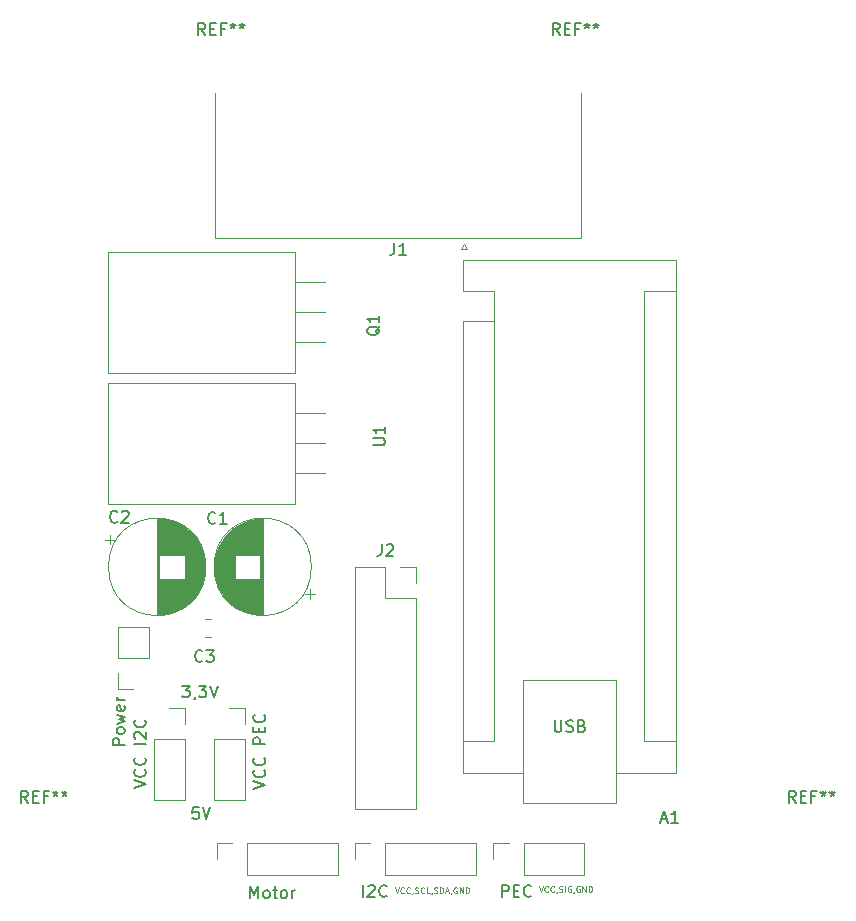
<source format=gbr>
%TF.GenerationSoftware,KiCad,Pcbnew,(6.0.9)*%
%TF.CreationDate,2023-05-08T16:49:11+02:00*%
%TF.ProjectId,onstepPiConnector,6f6e7374-6570-4506-9943-6f6e6e656374,rev?*%
%TF.SameCoordinates,Original*%
%TF.FileFunction,Legend,Top*%
%TF.FilePolarity,Positive*%
%FSLAX46Y46*%
G04 Gerber Fmt 4.6, Leading zero omitted, Abs format (unit mm)*
G04 Created by KiCad (PCBNEW (6.0.9)) date 2023-05-08 16:49:11*
%MOMM*%
%LPD*%
G01*
G04 APERTURE LIST*
%ADD10C,0.150000*%
%ADD11C,0.125000*%
%ADD12C,0.120000*%
G04 APERTURE END LIST*
D10*
X43109523Y-90852380D02*
X42633333Y-90852380D01*
X42585714Y-91328571D01*
X42633333Y-91280952D01*
X42728571Y-91233333D01*
X42966666Y-91233333D01*
X43061904Y-91280952D01*
X43109523Y-91328571D01*
X43157142Y-91423809D01*
X43157142Y-91661904D01*
X43109523Y-91757142D01*
X43061904Y-91804761D01*
X42966666Y-91852380D01*
X42728571Y-91852380D01*
X42633333Y-91804761D01*
X42585714Y-91757142D01*
X43442857Y-90852380D02*
X43776190Y-91852380D01*
X44109523Y-90852380D01*
X41723809Y-80552380D02*
X42342857Y-80552380D01*
X42009523Y-80933333D01*
X42152380Y-80933333D01*
X42247619Y-80980952D01*
X42295238Y-81028571D01*
X42342857Y-81123809D01*
X42342857Y-81361904D01*
X42295238Y-81457142D01*
X42247619Y-81504761D01*
X42152380Y-81552380D01*
X41866666Y-81552380D01*
X41771428Y-81504761D01*
X41723809Y-81457142D01*
X42819047Y-81504761D02*
X42819047Y-81552380D01*
X42771428Y-81647619D01*
X42723809Y-81695238D01*
X43152380Y-80552380D02*
X43771428Y-80552380D01*
X43438095Y-80933333D01*
X43580952Y-80933333D01*
X43676190Y-80980952D01*
X43723809Y-81028571D01*
X43771428Y-81123809D01*
X43771428Y-81361904D01*
X43723809Y-81457142D01*
X43676190Y-81504761D01*
X43580952Y-81552380D01*
X43295238Y-81552380D01*
X43200000Y-81504761D01*
X43152380Y-81457142D01*
X44057142Y-80552380D02*
X44390476Y-81552380D01*
X44723809Y-80552380D01*
D11*
X71916666Y-97526190D02*
X72083333Y-98026190D01*
X72250000Y-97526190D01*
X72702380Y-97978571D02*
X72678571Y-98002380D01*
X72607142Y-98026190D01*
X72559523Y-98026190D01*
X72488095Y-98002380D01*
X72440476Y-97954761D01*
X72416666Y-97907142D01*
X72392857Y-97811904D01*
X72392857Y-97740476D01*
X72416666Y-97645238D01*
X72440476Y-97597619D01*
X72488095Y-97550000D01*
X72559523Y-97526190D01*
X72607142Y-97526190D01*
X72678571Y-97550000D01*
X72702380Y-97573809D01*
X73202380Y-97978571D02*
X73178571Y-98002380D01*
X73107142Y-98026190D01*
X73059523Y-98026190D01*
X72988095Y-98002380D01*
X72940476Y-97954761D01*
X72916666Y-97907142D01*
X72892857Y-97811904D01*
X72892857Y-97740476D01*
X72916666Y-97645238D01*
X72940476Y-97597619D01*
X72988095Y-97550000D01*
X73059523Y-97526190D01*
X73107142Y-97526190D01*
X73178571Y-97550000D01*
X73202380Y-97573809D01*
X73440476Y-98002380D02*
X73440476Y-98026190D01*
X73416666Y-98073809D01*
X73392857Y-98097619D01*
X73630952Y-98002380D02*
X73702380Y-98026190D01*
X73821428Y-98026190D01*
X73869047Y-98002380D01*
X73892857Y-97978571D01*
X73916666Y-97930952D01*
X73916666Y-97883333D01*
X73892857Y-97835714D01*
X73869047Y-97811904D01*
X73821428Y-97788095D01*
X73726190Y-97764285D01*
X73678571Y-97740476D01*
X73654761Y-97716666D01*
X73630952Y-97669047D01*
X73630952Y-97621428D01*
X73654761Y-97573809D01*
X73678571Y-97550000D01*
X73726190Y-97526190D01*
X73845238Y-97526190D01*
X73916666Y-97550000D01*
X74130952Y-98026190D02*
X74130952Y-97526190D01*
X74630952Y-97550000D02*
X74583333Y-97526190D01*
X74511904Y-97526190D01*
X74440476Y-97550000D01*
X74392857Y-97597619D01*
X74369047Y-97645238D01*
X74345238Y-97740476D01*
X74345238Y-97811904D01*
X74369047Y-97907142D01*
X74392857Y-97954761D01*
X74440476Y-98002380D01*
X74511904Y-98026190D01*
X74559523Y-98026190D01*
X74630952Y-98002380D01*
X74654761Y-97978571D01*
X74654761Y-97811904D01*
X74559523Y-97811904D01*
X74892857Y-98002380D02*
X74892857Y-98026190D01*
X74869047Y-98073809D01*
X74845238Y-98097619D01*
X75369047Y-97550000D02*
X75321428Y-97526190D01*
X75250000Y-97526190D01*
X75178571Y-97550000D01*
X75130952Y-97597619D01*
X75107142Y-97645238D01*
X75083333Y-97740476D01*
X75083333Y-97811904D01*
X75107142Y-97907142D01*
X75130952Y-97954761D01*
X75178571Y-98002380D01*
X75250000Y-98026190D01*
X75297619Y-98026190D01*
X75369047Y-98002380D01*
X75392857Y-97978571D01*
X75392857Y-97811904D01*
X75297619Y-97811904D01*
X75607142Y-98026190D02*
X75607142Y-97526190D01*
X75892857Y-98026190D01*
X75892857Y-97526190D01*
X76130952Y-98026190D02*
X76130952Y-97526190D01*
X76250000Y-97526190D01*
X76321428Y-97550000D01*
X76369047Y-97597619D01*
X76392857Y-97645238D01*
X76416666Y-97740476D01*
X76416666Y-97811904D01*
X76392857Y-97907142D01*
X76369047Y-97954761D01*
X76321428Y-98002380D01*
X76250000Y-98026190D01*
X76130952Y-98026190D01*
X59711904Y-97626190D02*
X59878571Y-98126190D01*
X60045238Y-97626190D01*
X60497619Y-98078571D02*
X60473809Y-98102380D01*
X60402380Y-98126190D01*
X60354761Y-98126190D01*
X60283333Y-98102380D01*
X60235714Y-98054761D01*
X60211904Y-98007142D01*
X60188095Y-97911904D01*
X60188095Y-97840476D01*
X60211904Y-97745238D01*
X60235714Y-97697619D01*
X60283333Y-97650000D01*
X60354761Y-97626190D01*
X60402380Y-97626190D01*
X60473809Y-97650000D01*
X60497619Y-97673809D01*
X60997619Y-98078571D02*
X60973809Y-98102380D01*
X60902380Y-98126190D01*
X60854761Y-98126190D01*
X60783333Y-98102380D01*
X60735714Y-98054761D01*
X60711904Y-98007142D01*
X60688095Y-97911904D01*
X60688095Y-97840476D01*
X60711904Y-97745238D01*
X60735714Y-97697619D01*
X60783333Y-97650000D01*
X60854761Y-97626190D01*
X60902380Y-97626190D01*
X60973809Y-97650000D01*
X60997619Y-97673809D01*
X61235714Y-98102380D02*
X61235714Y-98126190D01*
X61211904Y-98173809D01*
X61188095Y-98197619D01*
X61426190Y-98102380D02*
X61497619Y-98126190D01*
X61616666Y-98126190D01*
X61664285Y-98102380D01*
X61688095Y-98078571D01*
X61711904Y-98030952D01*
X61711904Y-97983333D01*
X61688095Y-97935714D01*
X61664285Y-97911904D01*
X61616666Y-97888095D01*
X61521428Y-97864285D01*
X61473809Y-97840476D01*
X61450000Y-97816666D01*
X61426190Y-97769047D01*
X61426190Y-97721428D01*
X61450000Y-97673809D01*
X61473809Y-97650000D01*
X61521428Y-97626190D01*
X61640476Y-97626190D01*
X61711904Y-97650000D01*
X62211904Y-98078571D02*
X62188095Y-98102380D01*
X62116666Y-98126190D01*
X62069047Y-98126190D01*
X61997619Y-98102380D01*
X61950000Y-98054761D01*
X61926190Y-98007142D01*
X61902380Y-97911904D01*
X61902380Y-97840476D01*
X61926190Y-97745238D01*
X61950000Y-97697619D01*
X61997619Y-97650000D01*
X62069047Y-97626190D01*
X62116666Y-97626190D01*
X62188095Y-97650000D01*
X62211904Y-97673809D01*
X62664285Y-98126190D02*
X62426190Y-98126190D01*
X62426190Y-97626190D01*
X62854761Y-98102380D02*
X62854761Y-98126190D01*
X62830952Y-98173809D01*
X62807142Y-98197619D01*
X63045238Y-98102380D02*
X63116666Y-98126190D01*
X63235714Y-98126190D01*
X63283333Y-98102380D01*
X63307142Y-98078571D01*
X63330952Y-98030952D01*
X63330952Y-97983333D01*
X63307142Y-97935714D01*
X63283333Y-97911904D01*
X63235714Y-97888095D01*
X63140476Y-97864285D01*
X63092857Y-97840476D01*
X63069047Y-97816666D01*
X63045238Y-97769047D01*
X63045238Y-97721428D01*
X63069047Y-97673809D01*
X63092857Y-97650000D01*
X63140476Y-97626190D01*
X63259523Y-97626190D01*
X63330952Y-97650000D01*
X63545238Y-98126190D02*
X63545238Y-97626190D01*
X63664285Y-97626190D01*
X63735714Y-97650000D01*
X63783333Y-97697619D01*
X63807142Y-97745238D01*
X63830952Y-97840476D01*
X63830952Y-97911904D01*
X63807142Y-98007142D01*
X63783333Y-98054761D01*
X63735714Y-98102380D01*
X63664285Y-98126190D01*
X63545238Y-98126190D01*
X64021428Y-97983333D02*
X64259523Y-97983333D01*
X63973809Y-98126190D02*
X64140476Y-97626190D01*
X64307142Y-98126190D01*
X64497619Y-98102380D02*
X64497619Y-98126190D01*
X64473809Y-98173809D01*
X64450000Y-98197619D01*
X64973809Y-97650000D02*
X64926190Y-97626190D01*
X64854761Y-97626190D01*
X64783333Y-97650000D01*
X64735714Y-97697619D01*
X64711904Y-97745238D01*
X64688095Y-97840476D01*
X64688095Y-97911904D01*
X64711904Y-98007142D01*
X64735714Y-98054761D01*
X64783333Y-98102380D01*
X64854761Y-98126190D01*
X64902380Y-98126190D01*
X64973809Y-98102380D01*
X64997619Y-98078571D01*
X64997619Y-97911904D01*
X64902380Y-97911904D01*
X65211904Y-98126190D02*
X65211904Y-97626190D01*
X65497619Y-98126190D01*
X65497619Y-97626190D01*
X65735714Y-98126190D02*
X65735714Y-97626190D01*
X65854761Y-97626190D01*
X65926190Y-97650000D01*
X65973809Y-97697619D01*
X65997619Y-97745238D01*
X66021428Y-97840476D01*
X66021428Y-97911904D01*
X65997619Y-98007142D01*
X65973809Y-98054761D01*
X65926190Y-98102380D01*
X65854761Y-98126190D01*
X65735714Y-98126190D01*
D10*
%TO.C,J2*%
X58594666Y-68564380D02*
X58594666Y-69278666D01*
X58547047Y-69421523D01*
X58451809Y-69516761D01*
X58308952Y-69564380D01*
X58213714Y-69564380D01*
X59023238Y-68659619D02*
X59070857Y-68612000D01*
X59166095Y-68564380D01*
X59404190Y-68564380D01*
X59499428Y-68612000D01*
X59547047Y-68659619D01*
X59594666Y-68754857D01*
X59594666Y-68850095D01*
X59547047Y-68992952D01*
X58975619Y-69564380D01*
X59594666Y-69564380D01*
%TO.C,U1*%
X57872380Y-60197904D02*
X58681904Y-60197904D01*
X58777142Y-60150285D01*
X58824761Y-60102666D01*
X58872380Y-60007428D01*
X58872380Y-59816952D01*
X58824761Y-59721714D01*
X58777142Y-59674095D01*
X58681904Y-59626476D01*
X57872380Y-59626476D01*
X58872380Y-58626476D02*
X58872380Y-59197904D01*
X58872380Y-58912190D02*
X57872380Y-58912190D01*
X58015238Y-59007428D01*
X58110476Y-59102666D01*
X58158095Y-59197904D01*
%TO.C,Q1*%
X58459619Y-50133238D02*
X58412000Y-50228476D01*
X58316761Y-50323714D01*
X58173904Y-50466571D01*
X58126285Y-50561809D01*
X58126285Y-50657047D01*
X58364380Y-50609428D02*
X58316761Y-50704666D01*
X58221523Y-50799904D01*
X58031047Y-50847523D01*
X57697714Y-50847523D01*
X57507238Y-50799904D01*
X57412000Y-50704666D01*
X57364380Y-50609428D01*
X57364380Y-50418952D01*
X57412000Y-50323714D01*
X57507238Y-50228476D01*
X57697714Y-50180857D01*
X58031047Y-50180857D01*
X58221523Y-50228476D01*
X58316761Y-50323714D01*
X58364380Y-50418952D01*
X58364380Y-50609428D01*
X58364380Y-49228476D02*
X58364380Y-49799904D01*
X58364380Y-49514190D02*
X57364380Y-49514190D01*
X57507238Y-49609428D01*
X57602476Y-49704666D01*
X57650095Y-49799904D01*
%TO.C,VCC PEC*%
X47752380Y-89266666D02*
X48752380Y-88933333D01*
X47752380Y-88600000D01*
X48657142Y-87695238D02*
X48704761Y-87742857D01*
X48752380Y-87885714D01*
X48752380Y-87980952D01*
X48704761Y-88123809D01*
X48609523Y-88219047D01*
X48514285Y-88266666D01*
X48323809Y-88314285D01*
X48180952Y-88314285D01*
X47990476Y-88266666D01*
X47895238Y-88219047D01*
X47800000Y-88123809D01*
X47752380Y-87980952D01*
X47752380Y-87885714D01*
X47800000Y-87742857D01*
X47847619Y-87695238D01*
X48657142Y-86695238D02*
X48704761Y-86742857D01*
X48752380Y-86885714D01*
X48752380Y-86980952D01*
X48704761Y-87123809D01*
X48609523Y-87219047D01*
X48514285Y-87266666D01*
X48323809Y-87314285D01*
X48180952Y-87314285D01*
X47990476Y-87266666D01*
X47895238Y-87219047D01*
X47800000Y-87123809D01*
X47752380Y-86980952D01*
X47752380Y-86885714D01*
X47800000Y-86742857D01*
X47847619Y-86695238D01*
X48752380Y-85504761D02*
X47752380Y-85504761D01*
X47752380Y-85123809D01*
X47800000Y-85028571D01*
X47847619Y-84980952D01*
X47942857Y-84933333D01*
X48085714Y-84933333D01*
X48180952Y-84980952D01*
X48228571Y-85028571D01*
X48276190Y-85123809D01*
X48276190Y-85504761D01*
X48228571Y-84504761D02*
X48228571Y-84171428D01*
X48752380Y-84028571D02*
X48752380Y-84504761D01*
X47752380Y-84504761D01*
X47752380Y-84028571D01*
X48657142Y-83028571D02*
X48704761Y-83076190D01*
X48752380Y-83219047D01*
X48752380Y-83314285D01*
X48704761Y-83457142D01*
X48609523Y-83552380D01*
X48514285Y-83600000D01*
X48323809Y-83647619D01*
X48180952Y-83647619D01*
X47990476Y-83600000D01*
X47895238Y-83552380D01*
X47800000Y-83457142D01*
X47752380Y-83314285D01*
X47752380Y-83219047D01*
X47800000Y-83076190D01*
X47847619Y-83028571D01*
%TO.C,VCC I2C*%
X37652380Y-89228571D02*
X38652380Y-88895238D01*
X37652380Y-88561904D01*
X38557142Y-87657142D02*
X38604761Y-87704761D01*
X38652380Y-87847619D01*
X38652380Y-87942857D01*
X38604761Y-88085714D01*
X38509523Y-88180952D01*
X38414285Y-88228571D01*
X38223809Y-88276190D01*
X38080952Y-88276190D01*
X37890476Y-88228571D01*
X37795238Y-88180952D01*
X37700000Y-88085714D01*
X37652380Y-87942857D01*
X37652380Y-87847619D01*
X37700000Y-87704761D01*
X37747619Y-87657142D01*
X38557142Y-86657142D02*
X38604761Y-86704761D01*
X38652380Y-86847619D01*
X38652380Y-86942857D01*
X38604761Y-87085714D01*
X38509523Y-87180952D01*
X38414285Y-87228571D01*
X38223809Y-87276190D01*
X38080952Y-87276190D01*
X37890476Y-87228571D01*
X37795238Y-87180952D01*
X37700000Y-87085714D01*
X37652380Y-86942857D01*
X37652380Y-86847619D01*
X37700000Y-86704761D01*
X37747619Y-86657142D01*
X38652380Y-85466666D02*
X37652380Y-85466666D01*
X37747619Y-85038095D02*
X37700000Y-84990476D01*
X37652380Y-84895238D01*
X37652380Y-84657142D01*
X37700000Y-84561904D01*
X37747619Y-84514285D01*
X37842857Y-84466666D01*
X37938095Y-84466666D01*
X38080952Y-84514285D01*
X38652380Y-85085714D01*
X38652380Y-84466666D01*
X38557142Y-83466666D02*
X38604761Y-83514285D01*
X38652380Y-83657142D01*
X38652380Y-83752380D01*
X38604761Y-83895238D01*
X38509523Y-83990476D01*
X38414285Y-84038095D01*
X38223809Y-84085714D01*
X38080952Y-84085714D01*
X37890476Y-84038095D01*
X37795238Y-83990476D01*
X37700000Y-83895238D01*
X37652380Y-83752380D01*
X37652380Y-83657142D01*
X37700000Y-83514285D01*
X37747619Y-83466666D01*
%TO.C,PEC*%
X68785714Y-98452380D02*
X68785714Y-97452380D01*
X69166666Y-97452380D01*
X69261904Y-97500000D01*
X69309523Y-97547619D01*
X69357142Y-97642857D01*
X69357142Y-97785714D01*
X69309523Y-97880952D01*
X69261904Y-97928571D01*
X69166666Y-97976190D01*
X68785714Y-97976190D01*
X69785714Y-97928571D02*
X70119047Y-97928571D01*
X70261904Y-98452380D02*
X69785714Y-98452380D01*
X69785714Y-97452380D01*
X70261904Y-97452380D01*
X71261904Y-98357142D02*
X71214285Y-98404761D01*
X71071428Y-98452380D01*
X70976190Y-98452380D01*
X70833333Y-98404761D01*
X70738095Y-98309523D01*
X70690476Y-98214285D01*
X70642857Y-98023809D01*
X70642857Y-97880952D01*
X70690476Y-97690476D01*
X70738095Y-97595238D01*
X70833333Y-97500000D01*
X70976190Y-97452380D01*
X71071428Y-97452380D01*
X71214285Y-97500000D01*
X71261904Y-97547619D01*
%TO.C,Motor*%
X47497738Y-98552380D02*
X47497738Y-97552380D01*
X47831071Y-98266666D01*
X48164404Y-97552380D01*
X48164404Y-98552380D01*
X48783452Y-98552380D02*
X48688214Y-98504761D01*
X48640595Y-98457142D01*
X48592976Y-98361904D01*
X48592976Y-98076190D01*
X48640595Y-97980952D01*
X48688214Y-97933333D01*
X48783452Y-97885714D01*
X48926309Y-97885714D01*
X49021547Y-97933333D01*
X49069166Y-97980952D01*
X49116785Y-98076190D01*
X49116785Y-98361904D01*
X49069166Y-98457142D01*
X49021547Y-98504761D01*
X48926309Y-98552380D01*
X48783452Y-98552380D01*
X49402500Y-97885714D02*
X49783452Y-97885714D01*
X49545357Y-97552380D02*
X49545357Y-98409523D01*
X49592976Y-98504761D01*
X49688214Y-98552380D01*
X49783452Y-98552380D01*
X50259642Y-98552380D02*
X50164404Y-98504761D01*
X50116785Y-98457142D01*
X50069166Y-98361904D01*
X50069166Y-98076190D01*
X50116785Y-97980952D01*
X50164404Y-97933333D01*
X50259642Y-97885714D01*
X50402500Y-97885714D01*
X50497738Y-97933333D01*
X50545357Y-97980952D01*
X50592976Y-98076190D01*
X50592976Y-98361904D01*
X50545357Y-98457142D01*
X50497738Y-98504761D01*
X50402500Y-98552380D01*
X50259642Y-98552380D01*
X51021547Y-98552380D02*
X51021547Y-97885714D01*
X51021547Y-98076190D02*
X51069166Y-97980952D01*
X51116785Y-97933333D01*
X51212023Y-97885714D01*
X51307261Y-97885714D01*
%TO.C,I2C*%
X57023809Y-98452380D02*
X57023809Y-97452380D01*
X57452380Y-97547619D02*
X57500000Y-97500000D01*
X57595238Y-97452380D01*
X57833333Y-97452380D01*
X57928571Y-97500000D01*
X57976190Y-97547619D01*
X58023809Y-97642857D01*
X58023809Y-97738095D01*
X57976190Y-97880952D01*
X57404761Y-98452380D01*
X58023809Y-98452380D01*
X59023809Y-98357142D02*
X58976190Y-98404761D01*
X58833333Y-98452380D01*
X58738095Y-98452380D01*
X58595238Y-98404761D01*
X58500000Y-98309523D01*
X58452380Y-98214285D01*
X58404761Y-98023809D01*
X58404761Y-97880952D01*
X58452380Y-97690476D01*
X58500000Y-97595238D01*
X58595238Y-97500000D01*
X58738095Y-97452380D01*
X58833333Y-97452380D01*
X58976190Y-97500000D01*
X59023809Y-97547619D01*
%TO.C,Power*%
X36852380Y-85576190D02*
X35852380Y-85576190D01*
X35852380Y-85195238D01*
X35900000Y-85100000D01*
X35947619Y-85052380D01*
X36042857Y-85004761D01*
X36185714Y-85004761D01*
X36280952Y-85052380D01*
X36328571Y-85100000D01*
X36376190Y-85195238D01*
X36376190Y-85576190D01*
X36852380Y-84433333D02*
X36804761Y-84528571D01*
X36757142Y-84576190D01*
X36661904Y-84623809D01*
X36376190Y-84623809D01*
X36280952Y-84576190D01*
X36233333Y-84528571D01*
X36185714Y-84433333D01*
X36185714Y-84290476D01*
X36233333Y-84195238D01*
X36280952Y-84147619D01*
X36376190Y-84100000D01*
X36661904Y-84100000D01*
X36757142Y-84147619D01*
X36804761Y-84195238D01*
X36852380Y-84290476D01*
X36852380Y-84433333D01*
X36185714Y-83766666D02*
X36852380Y-83576190D01*
X36376190Y-83385714D01*
X36852380Y-83195238D01*
X36185714Y-83004761D01*
X36804761Y-82242857D02*
X36852380Y-82338095D01*
X36852380Y-82528571D01*
X36804761Y-82623809D01*
X36709523Y-82671428D01*
X36328571Y-82671428D01*
X36233333Y-82623809D01*
X36185714Y-82528571D01*
X36185714Y-82338095D01*
X36233333Y-82242857D01*
X36328571Y-82195238D01*
X36423809Y-82195238D01*
X36519047Y-82671428D01*
X36852380Y-81766666D02*
X36185714Y-81766666D01*
X36376190Y-81766666D02*
X36280952Y-81719047D01*
X36233333Y-81671428D01*
X36185714Y-81576190D01*
X36185714Y-81480952D01*
%TO.C,J1*%
X59676666Y-43082711D02*
X59676666Y-43796997D01*
X59629047Y-43939854D01*
X59533809Y-44035092D01*
X59390952Y-44082711D01*
X59295714Y-44082711D01*
X60676666Y-44082711D02*
X60105238Y-44082711D01*
X60390952Y-44082711D02*
X60390952Y-43082711D01*
X60295714Y-43225569D01*
X60200476Y-43320807D01*
X60105238Y-43368426D01*
%TO.C,C3*%
X43433333Y-78457142D02*
X43385714Y-78504761D01*
X43242857Y-78552380D01*
X43147619Y-78552380D01*
X43004761Y-78504761D01*
X42909523Y-78409523D01*
X42861904Y-78314285D01*
X42814285Y-78123809D01*
X42814285Y-77980952D01*
X42861904Y-77790476D01*
X42909523Y-77695238D01*
X43004761Y-77600000D01*
X43147619Y-77552380D01*
X43242857Y-77552380D01*
X43385714Y-77600000D01*
X43433333Y-77647619D01*
X43766666Y-77552380D02*
X44385714Y-77552380D01*
X44052380Y-77933333D01*
X44195238Y-77933333D01*
X44290476Y-77980952D01*
X44338095Y-78028571D01*
X44385714Y-78123809D01*
X44385714Y-78361904D01*
X44338095Y-78457142D01*
X44290476Y-78504761D01*
X44195238Y-78552380D01*
X43909523Y-78552380D01*
X43814285Y-78504761D01*
X43766666Y-78457142D01*
%TO.C,C2*%
X36233333Y-66657142D02*
X36185714Y-66704761D01*
X36042857Y-66752380D01*
X35947619Y-66752380D01*
X35804761Y-66704761D01*
X35709523Y-66609523D01*
X35661904Y-66514285D01*
X35614285Y-66323809D01*
X35614285Y-66180952D01*
X35661904Y-65990476D01*
X35709523Y-65895238D01*
X35804761Y-65800000D01*
X35947619Y-65752380D01*
X36042857Y-65752380D01*
X36185714Y-65800000D01*
X36233333Y-65847619D01*
X36614285Y-65847619D02*
X36661904Y-65800000D01*
X36757142Y-65752380D01*
X36995238Y-65752380D01*
X37090476Y-65800000D01*
X37138095Y-65847619D01*
X37185714Y-65942857D01*
X37185714Y-66038095D01*
X37138095Y-66180952D01*
X36566666Y-66752380D01*
X37185714Y-66752380D01*
%TO.C,C1*%
X44533333Y-66757142D02*
X44485714Y-66804761D01*
X44342857Y-66852380D01*
X44247619Y-66852380D01*
X44104761Y-66804761D01*
X44009523Y-66709523D01*
X43961904Y-66614285D01*
X43914285Y-66423809D01*
X43914285Y-66280952D01*
X43961904Y-66090476D01*
X44009523Y-65995238D01*
X44104761Y-65900000D01*
X44247619Y-65852380D01*
X44342857Y-65852380D01*
X44485714Y-65900000D01*
X44533333Y-65947619D01*
X45485714Y-66852380D02*
X44914285Y-66852380D01*
X45200000Y-66852380D02*
X45200000Y-65852380D01*
X45104761Y-65995238D01*
X45009523Y-66090476D01*
X44914285Y-66138095D01*
%TO.C,A1*%
X82285714Y-91860666D02*
X82761904Y-91860666D01*
X82190476Y-92146380D02*
X82523809Y-91146380D01*
X82857142Y-92146380D01*
X83714285Y-92146380D02*
X83142857Y-92146380D01*
X83428571Y-92146380D02*
X83428571Y-91146380D01*
X83333333Y-91289238D01*
X83238095Y-91384476D01*
X83142857Y-91432095D01*
X73248095Y-83462380D02*
X73248095Y-84271904D01*
X73295714Y-84367142D01*
X73343333Y-84414761D01*
X73438571Y-84462380D01*
X73629047Y-84462380D01*
X73724285Y-84414761D01*
X73771904Y-84367142D01*
X73819523Y-84271904D01*
X73819523Y-83462380D01*
X74248095Y-84414761D02*
X74390952Y-84462380D01*
X74629047Y-84462380D01*
X74724285Y-84414761D01*
X74771904Y-84367142D01*
X74819523Y-84271904D01*
X74819523Y-84176666D01*
X74771904Y-84081428D01*
X74724285Y-84033809D01*
X74629047Y-83986190D01*
X74438571Y-83938571D01*
X74343333Y-83890952D01*
X74295714Y-83843333D01*
X74248095Y-83748095D01*
X74248095Y-83652857D01*
X74295714Y-83557619D01*
X74343333Y-83510000D01*
X74438571Y-83462380D01*
X74676666Y-83462380D01*
X74819523Y-83510000D01*
X75581428Y-83938571D02*
X75724285Y-83986190D01*
X75771904Y-84033809D01*
X75819523Y-84129047D01*
X75819523Y-84271904D01*
X75771904Y-84367142D01*
X75724285Y-84414761D01*
X75629047Y-84462380D01*
X75248095Y-84462380D01*
X75248095Y-83462380D01*
X75581428Y-83462380D01*
X75676666Y-83510000D01*
X75724285Y-83557619D01*
X75771904Y-83652857D01*
X75771904Y-83748095D01*
X75724285Y-83843333D01*
X75676666Y-83890952D01*
X75581428Y-83938571D01*
X75248095Y-83938571D01*
%TO.C,REF\u002A\u002A*%
X28666666Y-90452380D02*
X28333333Y-89976190D01*
X28095238Y-90452380D02*
X28095238Y-89452380D01*
X28476190Y-89452380D01*
X28571428Y-89500000D01*
X28619047Y-89547619D01*
X28666666Y-89642857D01*
X28666666Y-89785714D01*
X28619047Y-89880952D01*
X28571428Y-89928571D01*
X28476190Y-89976190D01*
X28095238Y-89976190D01*
X29095238Y-89928571D02*
X29428571Y-89928571D01*
X29571428Y-90452380D02*
X29095238Y-90452380D01*
X29095238Y-89452380D01*
X29571428Y-89452380D01*
X30333333Y-89928571D02*
X30000000Y-89928571D01*
X30000000Y-90452380D02*
X30000000Y-89452380D01*
X30476190Y-89452380D01*
X31000000Y-89452380D02*
X31000000Y-89690476D01*
X30761904Y-89595238D02*
X31000000Y-89690476D01*
X31238095Y-89595238D01*
X30857142Y-89880952D02*
X31000000Y-89690476D01*
X31142857Y-89880952D01*
X31761904Y-89452380D02*
X31761904Y-89690476D01*
X31523809Y-89595238D02*
X31761904Y-89690476D01*
X32000000Y-89595238D01*
X31619047Y-89880952D02*
X31761904Y-89690476D01*
X31904761Y-89880952D01*
X73666666Y-25452380D02*
X73333333Y-24976190D01*
X73095238Y-25452380D02*
X73095238Y-24452380D01*
X73476190Y-24452380D01*
X73571428Y-24500000D01*
X73619047Y-24547619D01*
X73666666Y-24642857D01*
X73666666Y-24785714D01*
X73619047Y-24880952D01*
X73571428Y-24928571D01*
X73476190Y-24976190D01*
X73095238Y-24976190D01*
X74095238Y-24928571D02*
X74428571Y-24928571D01*
X74571428Y-25452380D02*
X74095238Y-25452380D01*
X74095238Y-24452380D01*
X74571428Y-24452380D01*
X75333333Y-24928571D02*
X75000000Y-24928571D01*
X75000000Y-25452380D02*
X75000000Y-24452380D01*
X75476190Y-24452380D01*
X76000000Y-24452380D02*
X76000000Y-24690476D01*
X75761904Y-24595238D02*
X76000000Y-24690476D01*
X76238095Y-24595238D01*
X75857142Y-24880952D02*
X76000000Y-24690476D01*
X76142857Y-24880952D01*
X76761904Y-24452380D02*
X76761904Y-24690476D01*
X76523809Y-24595238D02*
X76761904Y-24690476D01*
X77000000Y-24595238D01*
X76619047Y-24880952D02*
X76761904Y-24690476D01*
X76904761Y-24880952D01*
X43666666Y-25452380D02*
X43333333Y-24976190D01*
X43095238Y-25452380D02*
X43095238Y-24452380D01*
X43476190Y-24452380D01*
X43571428Y-24500000D01*
X43619047Y-24547619D01*
X43666666Y-24642857D01*
X43666666Y-24785714D01*
X43619047Y-24880952D01*
X43571428Y-24928571D01*
X43476190Y-24976190D01*
X43095238Y-24976190D01*
X44095238Y-24928571D02*
X44428571Y-24928571D01*
X44571428Y-25452380D02*
X44095238Y-25452380D01*
X44095238Y-24452380D01*
X44571428Y-24452380D01*
X45333333Y-24928571D02*
X45000000Y-24928571D01*
X45000000Y-25452380D02*
X45000000Y-24452380D01*
X45476190Y-24452380D01*
X46000000Y-24452380D02*
X46000000Y-24690476D01*
X45761904Y-24595238D02*
X46000000Y-24690476D01*
X46238095Y-24595238D01*
X45857142Y-24880952D02*
X46000000Y-24690476D01*
X46142857Y-24880952D01*
X46761904Y-24452380D02*
X46761904Y-24690476D01*
X46523809Y-24595238D02*
X46761904Y-24690476D01*
X47000000Y-24595238D01*
X46619047Y-24880952D02*
X46761904Y-24690476D01*
X46904761Y-24880952D01*
X93666666Y-90452380D02*
X93333333Y-89976190D01*
X93095238Y-90452380D02*
X93095238Y-89452380D01*
X93476190Y-89452380D01*
X93571428Y-89500000D01*
X93619047Y-89547619D01*
X93666666Y-89642857D01*
X93666666Y-89785714D01*
X93619047Y-89880952D01*
X93571428Y-89928571D01*
X93476190Y-89976190D01*
X93095238Y-89976190D01*
X94095238Y-89928571D02*
X94428571Y-89928571D01*
X94571428Y-90452380D02*
X94095238Y-90452380D01*
X94095238Y-89452380D01*
X94571428Y-89452380D01*
X95333333Y-89928571D02*
X95000000Y-89928571D01*
X95000000Y-90452380D02*
X95000000Y-89452380D01*
X95476190Y-89452380D01*
X96000000Y-89452380D02*
X96000000Y-89690476D01*
X95761904Y-89595238D02*
X96000000Y-89690476D01*
X96238095Y-89595238D01*
X95857142Y-89880952D02*
X96000000Y-89690476D01*
X96142857Y-89880952D01*
X96761904Y-89452380D02*
X96761904Y-89690476D01*
X96523809Y-89595238D02*
X96761904Y-89690476D01*
X97000000Y-89595238D01*
X96619047Y-89880952D02*
X96761904Y-89690476D01*
X96904761Y-89880952D01*
D12*
%TO.C,J2*%
X60198000Y-70552000D02*
X61528000Y-70552000D01*
X61528000Y-70552000D02*
X61528000Y-71882000D01*
X56328000Y-70552000D02*
X58928000Y-70552000D01*
X56328000Y-70552000D02*
X56328000Y-90992000D01*
X58928000Y-70552000D02*
X58928000Y-73152000D01*
X61528000Y-73152000D02*
X61528000Y-90992000D01*
X58928000Y-73152000D02*
X61528000Y-73152000D01*
X56328000Y-90992000D02*
X61528000Y-90992000D01*
%TO.C,U1*%
X35420000Y-65160000D02*
X51310000Y-65160000D01*
X35420000Y-65160000D02*
X35420000Y-54920000D01*
X35420000Y-54920000D02*
X51310000Y-54920000D01*
X51310000Y-65160000D02*
X51310000Y-54920000D01*
X51310000Y-60040000D02*
X53850000Y-60040000D01*
X51310000Y-57500000D02*
X53850000Y-57500000D01*
X51310000Y-62580000D02*
X53850000Y-62580000D01*
%TO.C,Q1*%
X35420000Y-54080000D02*
X51310000Y-54080000D01*
X35420000Y-54080000D02*
X35420000Y-43840000D01*
X35420000Y-43840000D02*
X51310000Y-43840000D01*
X51310000Y-54080000D02*
X51310000Y-43840000D01*
X51310000Y-48960000D02*
X53850000Y-48960000D01*
X51310000Y-46420000D02*
X53850000Y-46420000D01*
X51310000Y-51500000D02*
X53850000Y-51500000D01*
%TO.C,VCC PEC*%
X45720000Y-82490000D02*
X47050000Y-82490000D01*
X47050000Y-85090000D02*
X47050000Y-90230000D01*
X44390000Y-85090000D02*
X44390000Y-90230000D01*
X44390000Y-85090000D02*
X47050000Y-85090000D01*
X47050000Y-82490000D02*
X47050000Y-83820000D01*
X44390000Y-90230000D02*
X47050000Y-90230000D01*
%TO.C,VCC I2C*%
X40640000Y-82490000D02*
X41970000Y-82490000D01*
X41970000Y-85090000D02*
X41970000Y-90230000D01*
X39310000Y-85090000D02*
X39310000Y-90230000D01*
X39310000Y-85090000D02*
X41970000Y-85090000D01*
X41970000Y-82490000D02*
X41970000Y-83820000D01*
X39310000Y-90230000D02*
X41970000Y-90230000D01*
%TO.C,PEC*%
X68027000Y-95225000D02*
X68027000Y-93895000D01*
X70627000Y-93895000D02*
X75767000Y-93895000D01*
X70627000Y-96555000D02*
X75767000Y-96555000D01*
X70627000Y-96555000D02*
X70627000Y-93895000D01*
X68027000Y-93895000D02*
X69357000Y-93895000D01*
X75767000Y-96555000D02*
X75767000Y-93895000D01*
%TO.C,Motor*%
X54924000Y-96580000D02*
X54924000Y-93920000D01*
X47244000Y-93920000D02*
X54924000Y-93920000D01*
X47244000Y-96580000D02*
X47244000Y-93920000D01*
X47244000Y-96580000D02*
X54924000Y-96580000D01*
X44644000Y-93920000D02*
X45974000Y-93920000D01*
X44644000Y-95250000D02*
X44644000Y-93920000D01*
%TO.C,I2C*%
X66608000Y-96580000D02*
X66608000Y-93920000D01*
X58928000Y-93920000D02*
X66608000Y-93920000D01*
X58928000Y-96580000D02*
X58928000Y-93920000D01*
X58928000Y-96580000D02*
X66608000Y-96580000D01*
X56328000Y-93920000D02*
X57658000Y-93920000D01*
X56328000Y-95250000D02*
X56328000Y-93920000D01*
%TO.C,Power*%
X38922000Y-78232000D02*
X38922000Y-75632000D01*
X36262000Y-78232000D02*
X36262000Y-75632000D01*
X38922000Y-78232000D02*
X36262000Y-78232000D01*
X37592000Y-80832000D02*
X36262000Y-80832000D01*
X36262000Y-80832000D02*
X36262000Y-79502000D01*
X38922000Y-75632000D02*
X36262000Y-75632000D01*
%TO.C,J1*%
X65550000Y-43151656D02*
X65800000Y-43584669D01*
X65300000Y-43584669D02*
X65550000Y-43151656D01*
X75495000Y-30350331D02*
X75495000Y-42690331D01*
X65800000Y-43584669D02*
X65300000Y-43584669D01*
X75495000Y-42690331D02*
X44525000Y-42690331D01*
X44525000Y-42690331D02*
X44525000Y-30350331D01*
%TO.C,C3*%
X43659248Y-74957000D02*
X44181752Y-74957000D01*
X43659248Y-76427000D02*
X44181752Y-76427000D01*
%TO.C,C2*%
X43638349Y-69732000D02*
X43638349Y-71268000D01*
X35587651Y-67785000D02*
X35587651Y-68585000D01*
X43518349Y-69271000D02*
X43518349Y-71729000D01*
X40598349Y-66543000D02*
X40598349Y-69460000D01*
X41638349Y-66960000D02*
X41638349Y-69460000D01*
X40998349Y-66665000D02*
X40998349Y-69460000D01*
X42398349Y-67517000D02*
X42398349Y-73483000D01*
X40358349Y-71540000D02*
X40358349Y-74510000D01*
X40958349Y-66650000D02*
X40958349Y-69460000D01*
X41078349Y-66695000D02*
X41078349Y-69460000D01*
X42878349Y-68046000D02*
X42878349Y-72954000D01*
X42998349Y-68213000D02*
X42998349Y-72787000D01*
X43078349Y-68334000D02*
X43078349Y-72666000D01*
X41798349Y-67056000D02*
X41798349Y-69460000D01*
X39957349Y-71540000D02*
X39957349Y-74565000D01*
X40678349Y-66564000D02*
X40678349Y-69460000D01*
X43358349Y-68855000D02*
X43358349Y-72145000D01*
X40398349Y-66498000D02*
X40398349Y-69460000D01*
X39837349Y-66426000D02*
X39837349Y-69460000D01*
X41518349Y-66894000D02*
X41518349Y-69460000D01*
X41518349Y-71540000D02*
X41518349Y-74106000D01*
X42838349Y-67995000D02*
X42838349Y-73005000D01*
X40438349Y-66506000D02*
X40438349Y-69460000D01*
X41478349Y-71540000D02*
X41478349Y-74127000D01*
X41278349Y-71540000D02*
X41278349Y-74222000D01*
X42358349Y-67481000D02*
X42358349Y-73519000D01*
X41558349Y-66916000D02*
X41558349Y-69460000D01*
X41598349Y-66938000D02*
X41598349Y-69460000D01*
X39757349Y-66423000D02*
X39757349Y-74577000D01*
X40518349Y-71540000D02*
X40518349Y-74476000D01*
X40998349Y-71540000D02*
X40998349Y-74335000D01*
X40878349Y-66623000D02*
X40878349Y-69460000D01*
X40237349Y-66470000D02*
X40237349Y-69460000D01*
X42198349Y-67344000D02*
X42198349Y-73656000D01*
X40598349Y-71540000D02*
X40598349Y-74457000D01*
X40197349Y-71540000D02*
X40197349Y-74537000D01*
X40037349Y-71540000D02*
X40037349Y-74557000D01*
X43398349Y-68948000D02*
X43398349Y-72052000D01*
X40398349Y-71540000D02*
X40398349Y-74502000D01*
X42118349Y-67280000D02*
X42118349Y-73720000D01*
X39877349Y-71540000D02*
X39877349Y-74571000D01*
X43238349Y-68610000D02*
X43238349Y-72390000D01*
X40077349Y-66448000D02*
X40077349Y-69460000D01*
X42638349Y-67759000D02*
X42638349Y-73241000D01*
X42558349Y-67674000D02*
X42558349Y-73326000D01*
X41758349Y-67031000D02*
X41758349Y-69460000D01*
X43438349Y-69047000D02*
X43438349Y-71953000D01*
X42038349Y-67220000D02*
X42038349Y-73780000D01*
X42318349Y-67445000D02*
X42318349Y-73555000D01*
X43478349Y-69154000D02*
X43478349Y-71846000D01*
X42278349Y-67410000D02*
X42278349Y-73590000D01*
X41278349Y-66778000D02*
X41278349Y-69460000D01*
X40478349Y-66515000D02*
X40478349Y-69460000D01*
X41198349Y-66743000D02*
X41198349Y-69460000D01*
X39877349Y-66429000D02*
X39877349Y-69460000D01*
X43598349Y-69552000D02*
X43598349Y-71448000D01*
X40358349Y-66490000D02*
X40358349Y-69460000D01*
X40758349Y-66586000D02*
X40758349Y-69460000D01*
X40318349Y-71540000D02*
X40318349Y-74517000D01*
X40157349Y-66458000D02*
X40157349Y-69460000D01*
X39637349Y-66420000D02*
X39637349Y-74580000D01*
X41598349Y-71540000D02*
X41598349Y-74062000D01*
X39837349Y-71540000D02*
X39837349Y-74574000D01*
X42238349Y-67376000D02*
X42238349Y-73624000D01*
X41118349Y-66710000D02*
X41118349Y-69460000D01*
X41758349Y-71540000D02*
X41758349Y-73969000D01*
X42718349Y-67849000D02*
X42718349Y-73151000D01*
X39597349Y-66420000D02*
X39597349Y-74580000D01*
X41038349Y-66679000D02*
X41038349Y-69460000D01*
X41678349Y-71540000D02*
X41678349Y-74017000D01*
X40077349Y-71540000D02*
X40077349Y-74552000D01*
X41918349Y-67135000D02*
X41918349Y-73865000D01*
X40558349Y-71540000D02*
X40558349Y-74467000D01*
X41318349Y-66796000D02*
X41318349Y-69460000D01*
X40157349Y-71540000D02*
X40157349Y-74542000D01*
X41958349Y-67162000D02*
X41958349Y-73838000D01*
X39797349Y-66424000D02*
X39797349Y-74576000D01*
X41438349Y-66853000D02*
X41438349Y-69460000D01*
X41998349Y-67191000D02*
X41998349Y-73809000D01*
X40718349Y-71540000D02*
X40718349Y-74425000D01*
X40918349Y-66637000D02*
X40918349Y-69460000D01*
X42758349Y-67896000D02*
X42758349Y-73104000D01*
X40318349Y-66483000D02*
X40318349Y-69460000D01*
X41798349Y-71540000D02*
X41798349Y-73944000D01*
X40798349Y-71540000D02*
X40798349Y-74402000D01*
X42158349Y-67311000D02*
X42158349Y-73689000D01*
X41078349Y-71540000D02*
X41078349Y-74305000D01*
X39917349Y-66432000D02*
X39917349Y-69460000D01*
X43118349Y-68398000D02*
X43118349Y-72602000D01*
X41718349Y-71540000D02*
X41718349Y-73993000D01*
X41358349Y-66814000D02*
X41358349Y-69460000D01*
X40037349Y-66443000D02*
X40037349Y-69460000D01*
X40878349Y-71540000D02*
X40878349Y-74377000D01*
X40277349Y-66476000D02*
X40277349Y-69460000D01*
X43158349Y-68466000D02*
X43158349Y-72534000D01*
X41678349Y-66983000D02*
X41678349Y-69460000D01*
X39997349Y-66439000D02*
X39997349Y-69460000D01*
X41198349Y-71540000D02*
X41198349Y-74257000D01*
X41438349Y-71540000D02*
X41438349Y-74147000D01*
X43678349Y-69967000D02*
X43678349Y-71033000D01*
X41038349Y-71540000D02*
X41038349Y-74321000D01*
X41478349Y-66873000D02*
X41478349Y-69460000D01*
X42078349Y-67250000D02*
X42078349Y-73750000D01*
X40197349Y-66463000D02*
X40197349Y-69460000D01*
X40838349Y-71540000D02*
X40838349Y-74389000D01*
X41318349Y-71540000D02*
X41318349Y-74204000D01*
X42958349Y-68155000D02*
X42958349Y-72845000D01*
X41158349Y-66726000D02*
X41158349Y-69460000D01*
X42478349Y-67593000D02*
X42478349Y-73407000D01*
X42678349Y-67803000D02*
X42678349Y-73197000D01*
X40638349Y-71540000D02*
X40638349Y-74447000D01*
X41558349Y-71540000D02*
X41558349Y-74084000D01*
X40478349Y-71540000D02*
X40478349Y-74485000D01*
X39957349Y-66435000D02*
X39957349Y-69460000D01*
X43198349Y-68536000D02*
X43198349Y-72464000D01*
X40718349Y-66575000D02*
X40718349Y-69460000D01*
X40838349Y-66611000D02*
X40838349Y-69460000D01*
X42438349Y-67555000D02*
X42438349Y-73445000D01*
X41878349Y-71540000D02*
X41878349Y-73892000D01*
X42798349Y-67944000D02*
X42798349Y-73056000D01*
X41398349Y-66834000D02*
X41398349Y-69460000D01*
X41238349Y-66760000D02*
X41238349Y-69460000D01*
X40798349Y-66598000D02*
X40798349Y-69460000D01*
X39917349Y-71540000D02*
X39917349Y-74568000D01*
X40438349Y-71540000D02*
X40438349Y-74494000D01*
X40518349Y-66524000D02*
X40518349Y-69460000D01*
X40117349Y-71540000D02*
X40117349Y-74548000D01*
X40958349Y-71540000D02*
X40958349Y-74350000D01*
X43038349Y-68272000D02*
X43038349Y-72728000D01*
X40117349Y-66452000D02*
X40117349Y-69460000D01*
X41238349Y-71540000D02*
X41238349Y-74240000D01*
X40918349Y-71540000D02*
X40918349Y-74363000D01*
X40558349Y-66533000D02*
X40558349Y-69460000D01*
X40758349Y-71540000D02*
X40758349Y-74414000D01*
X41358349Y-71540000D02*
X41358349Y-74186000D01*
X43558349Y-69402000D02*
X43558349Y-71598000D01*
X41878349Y-67108000D02*
X41878349Y-69460000D01*
X43278349Y-68687000D02*
X43278349Y-72313000D01*
X35187651Y-68185000D02*
X35987651Y-68185000D01*
X41718349Y-67007000D02*
X41718349Y-69460000D01*
X39717349Y-66421000D02*
X39717349Y-74579000D01*
X41638349Y-71540000D02*
X41638349Y-74040000D01*
X41838349Y-71540000D02*
X41838349Y-73918000D01*
X39997349Y-71540000D02*
X39997349Y-74561000D01*
X41398349Y-71540000D02*
X41398349Y-74166000D01*
X40237349Y-71540000D02*
X40237349Y-74530000D01*
X39677349Y-66420000D02*
X39677349Y-74580000D01*
X40678349Y-71540000D02*
X40678349Y-74436000D01*
X42518349Y-67633000D02*
X42518349Y-73367000D01*
X42598349Y-67716000D02*
X42598349Y-73284000D01*
X40638349Y-66553000D02*
X40638349Y-69460000D01*
X42918349Y-68100000D02*
X42918349Y-72900000D01*
X41158349Y-71540000D02*
X41158349Y-74274000D01*
X40277349Y-71540000D02*
X40277349Y-74524000D01*
X41838349Y-67082000D02*
X41838349Y-69460000D01*
X43318349Y-68769000D02*
X43318349Y-72231000D01*
X41118349Y-71540000D02*
X41118349Y-74290000D01*
X43717349Y-70500000D02*
G75*
G03*
X43717349Y-70500000I-4120000J0D01*
G01*
%TO.C,C1*%
X44493000Y-71268000D02*
X44493000Y-69732000D01*
X52543698Y-73215000D02*
X52543698Y-72415000D01*
X44613000Y-71729000D02*
X44613000Y-69271000D01*
X47533000Y-74457000D02*
X47533000Y-71540000D01*
X46493000Y-74040000D02*
X46493000Y-71540000D01*
X47133000Y-74335000D02*
X47133000Y-71540000D01*
X45733000Y-73483000D02*
X45733000Y-67517000D01*
X47773000Y-69460000D02*
X47773000Y-66490000D01*
X47173000Y-74350000D02*
X47173000Y-71540000D01*
X47053000Y-74305000D02*
X47053000Y-71540000D01*
X45253000Y-72954000D02*
X45253000Y-68046000D01*
X45133000Y-72787000D02*
X45133000Y-68213000D01*
X45053000Y-72666000D02*
X45053000Y-68334000D01*
X46333000Y-73944000D02*
X46333000Y-71540000D01*
X48174000Y-69460000D02*
X48174000Y-66435000D01*
X47453000Y-74436000D02*
X47453000Y-71540000D01*
X44773000Y-72145000D02*
X44773000Y-68855000D01*
X47733000Y-74502000D02*
X47733000Y-71540000D01*
X48294000Y-74574000D02*
X48294000Y-71540000D01*
X46613000Y-74106000D02*
X46613000Y-71540000D01*
X46613000Y-69460000D02*
X46613000Y-66894000D01*
X45293000Y-73005000D02*
X45293000Y-67995000D01*
X47693000Y-74494000D02*
X47693000Y-71540000D01*
X46653000Y-69460000D02*
X46653000Y-66873000D01*
X46853000Y-69460000D02*
X46853000Y-66778000D01*
X45773000Y-73519000D02*
X45773000Y-67481000D01*
X46573000Y-74084000D02*
X46573000Y-71540000D01*
X46533000Y-74062000D02*
X46533000Y-71540000D01*
X48374000Y-74577000D02*
X48374000Y-66423000D01*
X47613000Y-69460000D02*
X47613000Y-66524000D01*
X47133000Y-69460000D02*
X47133000Y-66665000D01*
X47253000Y-74377000D02*
X47253000Y-71540000D01*
X47894000Y-74530000D02*
X47894000Y-71540000D01*
X45933000Y-73656000D02*
X45933000Y-67344000D01*
X47533000Y-69460000D02*
X47533000Y-66543000D01*
X47934000Y-69460000D02*
X47934000Y-66463000D01*
X48094000Y-69460000D02*
X48094000Y-66443000D01*
X44733000Y-72052000D02*
X44733000Y-68948000D01*
X47733000Y-69460000D02*
X47733000Y-66498000D01*
X46013000Y-73720000D02*
X46013000Y-67280000D01*
X48254000Y-69460000D02*
X48254000Y-66429000D01*
X44893000Y-72390000D02*
X44893000Y-68610000D01*
X48054000Y-74552000D02*
X48054000Y-71540000D01*
X45493000Y-73241000D02*
X45493000Y-67759000D01*
X45573000Y-73326000D02*
X45573000Y-67674000D01*
X46373000Y-73969000D02*
X46373000Y-71540000D01*
X44693000Y-71953000D02*
X44693000Y-69047000D01*
X46093000Y-73780000D02*
X46093000Y-67220000D01*
X45813000Y-73555000D02*
X45813000Y-67445000D01*
X44653000Y-71846000D02*
X44653000Y-69154000D01*
X45853000Y-73590000D02*
X45853000Y-67410000D01*
X46853000Y-74222000D02*
X46853000Y-71540000D01*
X47653000Y-74485000D02*
X47653000Y-71540000D01*
X46933000Y-74257000D02*
X46933000Y-71540000D01*
X48254000Y-74571000D02*
X48254000Y-71540000D01*
X44533000Y-71448000D02*
X44533000Y-69552000D01*
X47773000Y-74510000D02*
X47773000Y-71540000D01*
X47373000Y-74414000D02*
X47373000Y-71540000D01*
X47813000Y-69460000D02*
X47813000Y-66483000D01*
X47974000Y-74542000D02*
X47974000Y-71540000D01*
X48494000Y-74580000D02*
X48494000Y-66420000D01*
X46533000Y-69460000D02*
X46533000Y-66938000D01*
X48294000Y-69460000D02*
X48294000Y-66426000D01*
X45893000Y-73624000D02*
X45893000Y-67376000D01*
X47013000Y-74290000D02*
X47013000Y-71540000D01*
X46373000Y-69460000D02*
X46373000Y-67031000D01*
X45413000Y-73151000D02*
X45413000Y-67849000D01*
X48534000Y-74580000D02*
X48534000Y-66420000D01*
X47093000Y-74321000D02*
X47093000Y-71540000D01*
X46453000Y-69460000D02*
X46453000Y-66983000D01*
X48054000Y-69460000D02*
X48054000Y-66448000D01*
X46213000Y-73865000D02*
X46213000Y-67135000D01*
X47573000Y-69460000D02*
X47573000Y-66533000D01*
X46813000Y-74204000D02*
X46813000Y-71540000D01*
X47974000Y-69460000D02*
X47974000Y-66458000D01*
X46173000Y-73838000D02*
X46173000Y-67162000D01*
X48334000Y-74576000D02*
X48334000Y-66424000D01*
X46693000Y-74147000D02*
X46693000Y-71540000D01*
X46133000Y-73809000D02*
X46133000Y-67191000D01*
X47413000Y-69460000D02*
X47413000Y-66575000D01*
X47213000Y-74363000D02*
X47213000Y-71540000D01*
X45373000Y-73104000D02*
X45373000Y-67896000D01*
X47813000Y-74517000D02*
X47813000Y-71540000D01*
X46333000Y-69460000D02*
X46333000Y-67056000D01*
X47333000Y-69460000D02*
X47333000Y-66598000D01*
X45973000Y-73689000D02*
X45973000Y-67311000D01*
X47053000Y-69460000D02*
X47053000Y-66695000D01*
X48214000Y-74568000D02*
X48214000Y-71540000D01*
X45013000Y-72602000D02*
X45013000Y-68398000D01*
X46413000Y-69460000D02*
X46413000Y-67007000D01*
X46773000Y-74186000D02*
X46773000Y-71540000D01*
X48094000Y-74557000D02*
X48094000Y-71540000D01*
X47253000Y-69460000D02*
X47253000Y-66623000D01*
X47854000Y-74524000D02*
X47854000Y-71540000D01*
X44973000Y-72534000D02*
X44973000Y-68466000D01*
X46453000Y-74017000D02*
X46453000Y-71540000D01*
X48134000Y-74561000D02*
X48134000Y-71540000D01*
X46933000Y-69460000D02*
X46933000Y-66743000D01*
X46693000Y-69460000D02*
X46693000Y-66853000D01*
X44453000Y-71033000D02*
X44453000Y-69967000D01*
X47093000Y-69460000D02*
X47093000Y-66679000D01*
X46653000Y-74127000D02*
X46653000Y-71540000D01*
X46053000Y-73750000D02*
X46053000Y-67250000D01*
X47934000Y-74537000D02*
X47934000Y-71540000D01*
X47293000Y-69460000D02*
X47293000Y-66611000D01*
X46813000Y-69460000D02*
X46813000Y-66796000D01*
X45173000Y-72845000D02*
X45173000Y-68155000D01*
X46973000Y-74274000D02*
X46973000Y-71540000D01*
X45653000Y-73407000D02*
X45653000Y-67593000D01*
X45453000Y-73197000D02*
X45453000Y-67803000D01*
X47493000Y-69460000D02*
X47493000Y-66553000D01*
X46573000Y-69460000D02*
X46573000Y-66916000D01*
X47653000Y-69460000D02*
X47653000Y-66515000D01*
X48174000Y-74565000D02*
X48174000Y-71540000D01*
X44933000Y-72464000D02*
X44933000Y-68536000D01*
X47413000Y-74425000D02*
X47413000Y-71540000D01*
X47293000Y-74389000D02*
X47293000Y-71540000D01*
X45693000Y-73445000D02*
X45693000Y-67555000D01*
X46253000Y-69460000D02*
X46253000Y-67108000D01*
X45333000Y-73056000D02*
X45333000Y-67944000D01*
X46733000Y-74166000D02*
X46733000Y-71540000D01*
X46893000Y-74240000D02*
X46893000Y-71540000D01*
X47333000Y-74402000D02*
X47333000Y-71540000D01*
X48214000Y-69460000D02*
X48214000Y-66432000D01*
X47693000Y-69460000D02*
X47693000Y-66506000D01*
X47613000Y-74476000D02*
X47613000Y-71540000D01*
X48014000Y-69460000D02*
X48014000Y-66452000D01*
X47173000Y-69460000D02*
X47173000Y-66650000D01*
X45093000Y-72728000D02*
X45093000Y-68272000D01*
X48014000Y-74548000D02*
X48014000Y-71540000D01*
X46893000Y-69460000D02*
X46893000Y-66760000D01*
X47213000Y-69460000D02*
X47213000Y-66637000D01*
X47573000Y-74467000D02*
X47573000Y-71540000D01*
X47373000Y-69460000D02*
X47373000Y-66586000D01*
X46773000Y-69460000D02*
X46773000Y-66814000D01*
X44573000Y-71598000D02*
X44573000Y-69402000D01*
X46253000Y-73892000D02*
X46253000Y-71540000D01*
X44853000Y-72313000D02*
X44853000Y-68687000D01*
X52943698Y-72815000D02*
X52143698Y-72815000D01*
X46413000Y-73993000D02*
X46413000Y-71540000D01*
X48414000Y-74579000D02*
X48414000Y-66421000D01*
X46493000Y-69460000D02*
X46493000Y-66960000D01*
X46293000Y-69460000D02*
X46293000Y-67082000D01*
X48134000Y-69460000D02*
X48134000Y-66439000D01*
X46733000Y-69460000D02*
X46733000Y-66834000D01*
X47894000Y-69460000D02*
X47894000Y-66470000D01*
X48454000Y-74580000D02*
X48454000Y-66420000D01*
X47453000Y-69460000D02*
X47453000Y-66564000D01*
X45613000Y-73367000D02*
X45613000Y-67633000D01*
X45533000Y-73284000D02*
X45533000Y-67716000D01*
X47493000Y-74447000D02*
X47493000Y-71540000D01*
X45213000Y-72900000D02*
X45213000Y-68100000D01*
X46973000Y-69460000D02*
X46973000Y-66726000D01*
X47854000Y-69460000D02*
X47854000Y-66476000D01*
X46293000Y-73918000D02*
X46293000Y-71540000D01*
X44813000Y-72231000D02*
X44813000Y-68769000D01*
X47013000Y-69460000D02*
X47013000Y-66710000D01*
X52654000Y-70500000D02*
G75*
G03*
X52654000Y-70500000I-4120000J0D01*
G01*
%TO.C,A1*%
X68160000Y-47180000D02*
X65490000Y-47180000D01*
X78450000Y-90490000D02*
X70570000Y-90490000D01*
X83530000Y-87950000D02*
X83530000Y-44510000D01*
X70570000Y-90490000D02*
X70570000Y-80070000D01*
X78450000Y-80070000D02*
X78450000Y-90490000D01*
X83530000Y-87950000D02*
X78450000Y-87950000D01*
X65490000Y-49720000D02*
X65490000Y-87950000D01*
X68160000Y-85280000D02*
X65490000Y-85280000D01*
X80860000Y-47180000D02*
X80860000Y-85280000D01*
X68160000Y-49720000D02*
X68160000Y-47180000D01*
X80860000Y-85280000D02*
X83530000Y-85280000D01*
X80860000Y-47180000D02*
X83530000Y-47180000D01*
X68160000Y-49720000D02*
X65490000Y-49720000D01*
X83530000Y-44510000D02*
X65490000Y-44510000D01*
X65490000Y-87950000D02*
X70570000Y-87950000D01*
X65490000Y-44510000D02*
X65490000Y-47180000D01*
X70570000Y-80070000D02*
X78450000Y-80070000D01*
X68160000Y-49720000D02*
X68160000Y-85280000D01*
%TD*%
M02*

</source>
